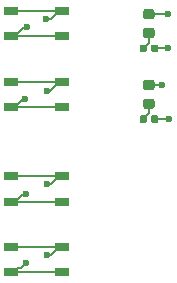
<source format=gbr>
G04 #@! TF.GenerationSoftware,KiCad,Pcbnew,(5.1.4)-1*
G04 #@! TF.CreationDate,2022-10-21T16:14:19+02:00*
G04 #@! TF.ProjectId,REG1-Front-Universal,52454731-2d46-4726-9f6e-742d556e6976,V00.01*
G04 #@! TF.SameCoordinates,Original*
G04 #@! TF.FileFunction,Copper,L1,Top*
G04 #@! TF.FilePolarity,Positive*
%FSLAX46Y46*%
G04 Gerber Fmt 4.6, Leading zero omitted, Abs format (unit mm)*
G04 Created by KiCad (PCBNEW (5.1.4)-1) date 2022-10-21 16:14:19*
%MOMM*%
%LPD*%
G04 APERTURE LIST*
%ADD10C,0.100000*%
%ADD11C,0.875000*%
%ADD12R,1.200000X0.650000*%
%ADD13C,0.590000*%
%ADD14C,0.600000*%
%ADD15C,0.160000*%
%ADD16C,0.200000*%
G04 APERTURE END LIST*
D10*
G36*
X111777691Y-117776053D02*
G01*
X111798926Y-117779203D01*
X111819750Y-117784419D01*
X111839962Y-117791651D01*
X111859368Y-117800830D01*
X111877781Y-117811866D01*
X111895024Y-117824654D01*
X111910930Y-117839070D01*
X111925346Y-117854976D01*
X111938134Y-117872219D01*
X111949170Y-117890632D01*
X111958349Y-117910038D01*
X111965581Y-117930250D01*
X111970797Y-117951074D01*
X111973947Y-117972309D01*
X111975000Y-117993750D01*
X111975000Y-118431250D01*
X111973947Y-118452691D01*
X111970797Y-118473926D01*
X111965581Y-118494750D01*
X111958349Y-118514962D01*
X111949170Y-118534368D01*
X111938134Y-118552781D01*
X111925346Y-118570024D01*
X111910930Y-118585930D01*
X111895024Y-118600346D01*
X111877781Y-118613134D01*
X111859368Y-118624170D01*
X111839962Y-118633349D01*
X111819750Y-118640581D01*
X111798926Y-118645797D01*
X111777691Y-118648947D01*
X111756250Y-118650000D01*
X111243750Y-118650000D01*
X111222309Y-118648947D01*
X111201074Y-118645797D01*
X111180250Y-118640581D01*
X111160038Y-118633349D01*
X111140632Y-118624170D01*
X111122219Y-118613134D01*
X111104976Y-118600346D01*
X111089070Y-118585930D01*
X111074654Y-118570024D01*
X111061866Y-118552781D01*
X111050830Y-118534368D01*
X111041651Y-118514962D01*
X111034419Y-118494750D01*
X111029203Y-118473926D01*
X111026053Y-118452691D01*
X111025000Y-118431250D01*
X111025000Y-117993750D01*
X111026053Y-117972309D01*
X111029203Y-117951074D01*
X111034419Y-117930250D01*
X111041651Y-117910038D01*
X111050830Y-117890632D01*
X111061866Y-117872219D01*
X111074654Y-117854976D01*
X111089070Y-117839070D01*
X111104976Y-117824654D01*
X111122219Y-117811866D01*
X111140632Y-117800830D01*
X111160038Y-117791651D01*
X111180250Y-117784419D01*
X111201074Y-117779203D01*
X111222309Y-117776053D01*
X111243750Y-117775000D01*
X111756250Y-117775000D01*
X111777691Y-117776053D01*
X111777691Y-117776053D01*
G37*
D11*
X111500000Y-118212500D03*
D10*
G36*
X111777691Y-119351053D02*
G01*
X111798926Y-119354203D01*
X111819750Y-119359419D01*
X111839962Y-119366651D01*
X111859368Y-119375830D01*
X111877781Y-119386866D01*
X111895024Y-119399654D01*
X111910930Y-119414070D01*
X111925346Y-119429976D01*
X111938134Y-119447219D01*
X111949170Y-119465632D01*
X111958349Y-119485038D01*
X111965581Y-119505250D01*
X111970797Y-119526074D01*
X111973947Y-119547309D01*
X111975000Y-119568750D01*
X111975000Y-120006250D01*
X111973947Y-120027691D01*
X111970797Y-120048926D01*
X111965581Y-120069750D01*
X111958349Y-120089962D01*
X111949170Y-120109368D01*
X111938134Y-120127781D01*
X111925346Y-120145024D01*
X111910930Y-120160930D01*
X111895024Y-120175346D01*
X111877781Y-120188134D01*
X111859368Y-120199170D01*
X111839962Y-120208349D01*
X111819750Y-120215581D01*
X111798926Y-120220797D01*
X111777691Y-120223947D01*
X111756250Y-120225000D01*
X111243750Y-120225000D01*
X111222309Y-120223947D01*
X111201074Y-120220797D01*
X111180250Y-120215581D01*
X111160038Y-120208349D01*
X111140632Y-120199170D01*
X111122219Y-120188134D01*
X111104976Y-120175346D01*
X111089070Y-120160930D01*
X111074654Y-120145024D01*
X111061866Y-120127781D01*
X111050830Y-120109368D01*
X111041651Y-120089962D01*
X111034419Y-120069750D01*
X111029203Y-120048926D01*
X111026053Y-120027691D01*
X111025000Y-120006250D01*
X111025000Y-119568750D01*
X111026053Y-119547309D01*
X111029203Y-119526074D01*
X111034419Y-119505250D01*
X111041651Y-119485038D01*
X111050830Y-119465632D01*
X111061866Y-119447219D01*
X111074654Y-119429976D01*
X111089070Y-119414070D01*
X111104976Y-119399654D01*
X111122219Y-119386866D01*
X111140632Y-119375830D01*
X111160038Y-119366651D01*
X111180250Y-119359419D01*
X111201074Y-119354203D01*
X111222309Y-119351053D01*
X111243750Y-119350000D01*
X111756250Y-119350000D01*
X111777691Y-119351053D01*
X111777691Y-119351053D01*
G37*
D11*
X111500000Y-119787500D03*
D10*
G36*
X111777691Y-123776053D02*
G01*
X111798926Y-123779203D01*
X111819750Y-123784419D01*
X111839962Y-123791651D01*
X111859368Y-123800830D01*
X111877781Y-123811866D01*
X111895024Y-123824654D01*
X111910930Y-123839070D01*
X111925346Y-123854976D01*
X111938134Y-123872219D01*
X111949170Y-123890632D01*
X111958349Y-123910038D01*
X111965581Y-123930250D01*
X111970797Y-123951074D01*
X111973947Y-123972309D01*
X111975000Y-123993750D01*
X111975000Y-124431250D01*
X111973947Y-124452691D01*
X111970797Y-124473926D01*
X111965581Y-124494750D01*
X111958349Y-124514962D01*
X111949170Y-124534368D01*
X111938134Y-124552781D01*
X111925346Y-124570024D01*
X111910930Y-124585930D01*
X111895024Y-124600346D01*
X111877781Y-124613134D01*
X111859368Y-124624170D01*
X111839962Y-124633349D01*
X111819750Y-124640581D01*
X111798926Y-124645797D01*
X111777691Y-124648947D01*
X111756250Y-124650000D01*
X111243750Y-124650000D01*
X111222309Y-124648947D01*
X111201074Y-124645797D01*
X111180250Y-124640581D01*
X111160038Y-124633349D01*
X111140632Y-124624170D01*
X111122219Y-124613134D01*
X111104976Y-124600346D01*
X111089070Y-124585930D01*
X111074654Y-124570024D01*
X111061866Y-124552781D01*
X111050830Y-124534368D01*
X111041651Y-124514962D01*
X111034419Y-124494750D01*
X111029203Y-124473926D01*
X111026053Y-124452691D01*
X111025000Y-124431250D01*
X111025000Y-123993750D01*
X111026053Y-123972309D01*
X111029203Y-123951074D01*
X111034419Y-123930250D01*
X111041651Y-123910038D01*
X111050830Y-123890632D01*
X111061866Y-123872219D01*
X111074654Y-123854976D01*
X111089070Y-123839070D01*
X111104976Y-123824654D01*
X111122219Y-123811866D01*
X111140632Y-123800830D01*
X111160038Y-123791651D01*
X111180250Y-123784419D01*
X111201074Y-123779203D01*
X111222309Y-123776053D01*
X111243750Y-123775000D01*
X111756250Y-123775000D01*
X111777691Y-123776053D01*
X111777691Y-123776053D01*
G37*
D11*
X111500000Y-124212500D03*
D10*
G36*
X111777691Y-125351053D02*
G01*
X111798926Y-125354203D01*
X111819750Y-125359419D01*
X111839962Y-125366651D01*
X111859368Y-125375830D01*
X111877781Y-125386866D01*
X111895024Y-125399654D01*
X111910930Y-125414070D01*
X111925346Y-125429976D01*
X111938134Y-125447219D01*
X111949170Y-125465632D01*
X111958349Y-125485038D01*
X111965581Y-125505250D01*
X111970797Y-125526074D01*
X111973947Y-125547309D01*
X111975000Y-125568750D01*
X111975000Y-126006250D01*
X111973947Y-126027691D01*
X111970797Y-126048926D01*
X111965581Y-126069750D01*
X111958349Y-126089962D01*
X111949170Y-126109368D01*
X111938134Y-126127781D01*
X111925346Y-126145024D01*
X111910930Y-126160930D01*
X111895024Y-126175346D01*
X111877781Y-126188134D01*
X111859368Y-126199170D01*
X111839962Y-126208349D01*
X111819750Y-126215581D01*
X111798926Y-126220797D01*
X111777691Y-126223947D01*
X111756250Y-126225000D01*
X111243750Y-126225000D01*
X111222309Y-126223947D01*
X111201074Y-126220797D01*
X111180250Y-126215581D01*
X111160038Y-126208349D01*
X111140632Y-126199170D01*
X111122219Y-126188134D01*
X111104976Y-126175346D01*
X111089070Y-126160930D01*
X111074654Y-126145024D01*
X111061866Y-126127781D01*
X111050830Y-126109368D01*
X111041651Y-126089962D01*
X111034419Y-126069750D01*
X111029203Y-126048926D01*
X111026053Y-126027691D01*
X111025000Y-126006250D01*
X111025000Y-125568750D01*
X111026053Y-125547309D01*
X111029203Y-125526074D01*
X111034419Y-125505250D01*
X111041651Y-125485038D01*
X111050830Y-125465632D01*
X111061866Y-125447219D01*
X111074654Y-125429976D01*
X111089070Y-125414070D01*
X111104976Y-125399654D01*
X111122219Y-125386866D01*
X111140632Y-125375830D01*
X111160038Y-125366651D01*
X111180250Y-125359419D01*
X111201074Y-125354203D01*
X111222309Y-125351053D01*
X111243750Y-125350000D01*
X111756250Y-125350000D01*
X111777691Y-125351053D01*
X111777691Y-125351053D01*
G37*
D11*
X111500000Y-125787500D03*
D12*
X99850000Y-140075000D03*
X99850000Y-137925000D03*
X104150000Y-140075000D03*
X104150000Y-137925000D03*
X99850000Y-134075000D03*
X99850000Y-131925000D03*
X104150000Y-134075000D03*
X104150000Y-131925000D03*
X99850000Y-126075000D03*
X99850000Y-123925000D03*
X104150000Y-126075000D03*
X104150000Y-123925000D03*
D10*
G36*
X111176958Y-126780710D02*
G01*
X111191276Y-126782834D01*
X111205317Y-126786351D01*
X111218946Y-126791228D01*
X111232031Y-126797417D01*
X111244447Y-126804858D01*
X111256073Y-126813481D01*
X111266798Y-126823202D01*
X111276519Y-126833927D01*
X111285142Y-126845553D01*
X111292583Y-126857969D01*
X111298772Y-126871054D01*
X111303649Y-126884683D01*
X111307166Y-126898724D01*
X111309290Y-126913042D01*
X111310000Y-126927500D01*
X111310000Y-127272500D01*
X111309290Y-127286958D01*
X111307166Y-127301276D01*
X111303649Y-127315317D01*
X111298772Y-127328946D01*
X111292583Y-127342031D01*
X111285142Y-127354447D01*
X111276519Y-127366073D01*
X111266798Y-127376798D01*
X111256073Y-127386519D01*
X111244447Y-127395142D01*
X111232031Y-127402583D01*
X111218946Y-127408772D01*
X111205317Y-127413649D01*
X111191276Y-127417166D01*
X111176958Y-127419290D01*
X111162500Y-127420000D01*
X110867500Y-127420000D01*
X110853042Y-127419290D01*
X110838724Y-127417166D01*
X110824683Y-127413649D01*
X110811054Y-127408772D01*
X110797969Y-127402583D01*
X110785553Y-127395142D01*
X110773927Y-127386519D01*
X110763202Y-127376798D01*
X110753481Y-127366073D01*
X110744858Y-127354447D01*
X110737417Y-127342031D01*
X110731228Y-127328946D01*
X110726351Y-127315317D01*
X110722834Y-127301276D01*
X110720710Y-127286958D01*
X110720000Y-127272500D01*
X110720000Y-126927500D01*
X110720710Y-126913042D01*
X110722834Y-126898724D01*
X110726351Y-126884683D01*
X110731228Y-126871054D01*
X110737417Y-126857969D01*
X110744858Y-126845553D01*
X110753481Y-126833927D01*
X110763202Y-126823202D01*
X110773927Y-126813481D01*
X110785553Y-126804858D01*
X110797969Y-126797417D01*
X110811054Y-126791228D01*
X110824683Y-126786351D01*
X110838724Y-126782834D01*
X110853042Y-126780710D01*
X110867500Y-126780000D01*
X111162500Y-126780000D01*
X111176958Y-126780710D01*
X111176958Y-126780710D01*
G37*
D13*
X111015000Y-127100000D03*
D10*
G36*
X112146958Y-126780710D02*
G01*
X112161276Y-126782834D01*
X112175317Y-126786351D01*
X112188946Y-126791228D01*
X112202031Y-126797417D01*
X112214447Y-126804858D01*
X112226073Y-126813481D01*
X112236798Y-126823202D01*
X112246519Y-126833927D01*
X112255142Y-126845553D01*
X112262583Y-126857969D01*
X112268772Y-126871054D01*
X112273649Y-126884683D01*
X112277166Y-126898724D01*
X112279290Y-126913042D01*
X112280000Y-126927500D01*
X112280000Y-127272500D01*
X112279290Y-127286958D01*
X112277166Y-127301276D01*
X112273649Y-127315317D01*
X112268772Y-127328946D01*
X112262583Y-127342031D01*
X112255142Y-127354447D01*
X112246519Y-127366073D01*
X112236798Y-127376798D01*
X112226073Y-127386519D01*
X112214447Y-127395142D01*
X112202031Y-127402583D01*
X112188946Y-127408772D01*
X112175317Y-127413649D01*
X112161276Y-127417166D01*
X112146958Y-127419290D01*
X112132500Y-127420000D01*
X111837500Y-127420000D01*
X111823042Y-127419290D01*
X111808724Y-127417166D01*
X111794683Y-127413649D01*
X111781054Y-127408772D01*
X111767969Y-127402583D01*
X111755553Y-127395142D01*
X111743927Y-127386519D01*
X111733202Y-127376798D01*
X111723481Y-127366073D01*
X111714858Y-127354447D01*
X111707417Y-127342031D01*
X111701228Y-127328946D01*
X111696351Y-127315317D01*
X111692834Y-127301276D01*
X111690710Y-127286958D01*
X111690000Y-127272500D01*
X111690000Y-126927500D01*
X111690710Y-126913042D01*
X111692834Y-126898724D01*
X111696351Y-126884683D01*
X111701228Y-126871054D01*
X111707417Y-126857969D01*
X111714858Y-126845553D01*
X111723481Y-126833927D01*
X111733202Y-126823202D01*
X111743927Y-126813481D01*
X111755553Y-126804858D01*
X111767969Y-126797417D01*
X111781054Y-126791228D01*
X111794683Y-126786351D01*
X111808724Y-126782834D01*
X111823042Y-126780710D01*
X111837500Y-126780000D01*
X112132500Y-126780000D01*
X112146958Y-126780710D01*
X112146958Y-126780710D01*
G37*
D13*
X111985000Y-127100000D03*
D10*
G36*
X111176958Y-120780710D02*
G01*
X111191276Y-120782834D01*
X111205317Y-120786351D01*
X111218946Y-120791228D01*
X111232031Y-120797417D01*
X111244447Y-120804858D01*
X111256073Y-120813481D01*
X111266798Y-120823202D01*
X111276519Y-120833927D01*
X111285142Y-120845553D01*
X111292583Y-120857969D01*
X111298772Y-120871054D01*
X111303649Y-120884683D01*
X111307166Y-120898724D01*
X111309290Y-120913042D01*
X111310000Y-120927500D01*
X111310000Y-121272500D01*
X111309290Y-121286958D01*
X111307166Y-121301276D01*
X111303649Y-121315317D01*
X111298772Y-121328946D01*
X111292583Y-121342031D01*
X111285142Y-121354447D01*
X111276519Y-121366073D01*
X111266798Y-121376798D01*
X111256073Y-121386519D01*
X111244447Y-121395142D01*
X111232031Y-121402583D01*
X111218946Y-121408772D01*
X111205317Y-121413649D01*
X111191276Y-121417166D01*
X111176958Y-121419290D01*
X111162500Y-121420000D01*
X110867500Y-121420000D01*
X110853042Y-121419290D01*
X110838724Y-121417166D01*
X110824683Y-121413649D01*
X110811054Y-121408772D01*
X110797969Y-121402583D01*
X110785553Y-121395142D01*
X110773927Y-121386519D01*
X110763202Y-121376798D01*
X110753481Y-121366073D01*
X110744858Y-121354447D01*
X110737417Y-121342031D01*
X110731228Y-121328946D01*
X110726351Y-121315317D01*
X110722834Y-121301276D01*
X110720710Y-121286958D01*
X110720000Y-121272500D01*
X110720000Y-120927500D01*
X110720710Y-120913042D01*
X110722834Y-120898724D01*
X110726351Y-120884683D01*
X110731228Y-120871054D01*
X110737417Y-120857969D01*
X110744858Y-120845553D01*
X110753481Y-120833927D01*
X110763202Y-120823202D01*
X110773927Y-120813481D01*
X110785553Y-120804858D01*
X110797969Y-120797417D01*
X110811054Y-120791228D01*
X110824683Y-120786351D01*
X110838724Y-120782834D01*
X110853042Y-120780710D01*
X110867500Y-120780000D01*
X111162500Y-120780000D01*
X111176958Y-120780710D01*
X111176958Y-120780710D01*
G37*
D13*
X111015000Y-121100000D03*
D10*
G36*
X112146958Y-120780710D02*
G01*
X112161276Y-120782834D01*
X112175317Y-120786351D01*
X112188946Y-120791228D01*
X112202031Y-120797417D01*
X112214447Y-120804858D01*
X112226073Y-120813481D01*
X112236798Y-120823202D01*
X112246519Y-120833927D01*
X112255142Y-120845553D01*
X112262583Y-120857969D01*
X112268772Y-120871054D01*
X112273649Y-120884683D01*
X112277166Y-120898724D01*
X112279290Y-120913042D01*
X112280000Y-120927500D01*
X112280000Y-121272500D01*
X112279290Y-121286958D01*
X112277166Y-121301276D01*
X112273649Y-121315317D01*
X112268772Y-121328946D01*
X112262583Y-121342031D01*
X112255142Y-121354447D01*
X112246519Y-121366073D01*
X112236798Y-121376798D01*
X112226073Y-121386519D01*
X112214447Y-121395142D01*
X112202031Y-121402583D01*
X112188946Y-121408772D01*
X112175317Y-121413649D01*
X112161276Y-121417166D01*
X112146958Y-121419290D01*
X112132500Y-121420000D01*
X111837500Y-121420000D01*
X111823042Y-121419290D01*
X111808724Y-121417166D01*
X111794683Y-121413649D01*
X111781054Y-121408772D01*
X111767969Y-121402583D01*
X111755553Y-121395142D01*
X111743927Y-121386519D01*
X111733202Y-121376798D01*
X111723481Y-121366073D01*
X111714858Y-121354447D01*
X111707417Y-121342031D01*
X111701228Y-121328946D01*
X111696351Y-121315317D01*
X111692834Y-121301276D01*
X111690710Y-121286958D01*
X111690000Y-121272500D01*
X111690000Y-120927500D01*
X111690710Y-120913042D01*
X111692834Y-120898724D01*
X111696351Y-120884683D01*
X111701228Y-120871054D01*
X111707417Y-120857969D01*
X111714858Y-120845553D01*
X111723481Y-120833927D01*
X111733202Y-120823202D01*
X111743927Y-120813481D01*
X111755553Y-120804858D01*
X111767969Y-120797417D01*
X111781054Y-120791228D01*
X111794683Y-120786351D01*
X111808724Y-120782834D01*
X111823042Y-120780710D01*
X111837500Y-120780000D01*
X112132500Y-120780000D01*
X112146958Y-120780710D01*
X112146958Y-120780710D01*
G37*
D13*
X111985000Y-121100000D03*
D12*
X99850000Y-120075000D03*
X99850000Y-117925000D03*
X104150000Y-120075000D03*
X104150000Y-117925000D03*
D14*
X113100000Y-121100000D03*
X113200000Y-127100000D03*
X101200000Y-119300000D03*
X101000000Y-125400000D03*
X101100000Y-133400000D03*
X101100000Y-139300000D03*
X102900000Y-132600000D03*
X113100000Y-118200000D03*
X102800000Y-118600000D03*
X102900000Y-124700000D03*
X112600000Y-124200000D03*
X102900000Y-138600000D03*
D15*
X111985000Y-127100000D02*
X113200000Y-127100000D01*
X111985000Y-121100000D02*
X113100000Y-121100000D01*
D16*
X102725000Y-120075000D02*
X99850000Y-120075000D01*
X104150000Y-140075000D02*
X99850000Y-140075000D01*
X104150000Y-134075000D02*
X99850000Y-134075000D01*
X104150000Y-126075000D02*
X99850000Y-126075000D01*
X104150000Y-120075000D02*
X103350000Y-120075000D01*
X103350000Y-120075000D02*
X102725000Y-120075000D01*
X100025000Y-140075000D02*
X100400000Y-139700000D01*
X99850000Y-140075000D02*
X100025000Y-140075000D01*
X100400000Y-139700000D02*
X100700000Y-139700000D01*
X100700000Y-139700000D02*
X101100000Y-139300000D01*
X99850000Y-140075000D02*
X100125000Y-140075000D01*
X100125000Y-134075000D02*
X100800000Y-133400000D01*
X99850000Y-134075000D02*
X100125000Y-134075000D01*
X100800000Y-133400000D02*
X101100000Y-133400000D01*
X100125000Y-126075000D02*
X100800000Y-125400000D01*
X99850000Y-126075000D02*
X100125000Y-126075000D01*
X100800000Y-125400000D02*
X101000000Y-125400000D01*
X100125000Y-120075000D02*
X100900000Y-119300000D01*
X99850000Y-120075000D02*
X100125000Y-120075000D01*
X100900000Y-119300000D02*
X101200000Y-119300000D01*
X99850000Y-131925000D02*
X104150000Y-131925000D01*
X103875000Y-131925000D02*
X103200000Y-132600000D01*
X104150000Y-131925000D02*
X103875000Y-131925000D01*
X103200000Y-132600000D02*
X102900000Y-132600000D01*
D15*
X113100000Y-118200000D02*
X111512500Y-118200000D01*
X111512500Y-118200000D02*
X111500000Y-118212500D01*
D16*
X99850000Y-117925000D02*
X104150000Y-117925000D01*
X103300000Y-118500000D02*
X103300000Y-118524264D01*
X103300000Y-118524264D02*
X103224264Y-118600000D01*
X103224264Y-118600000D02*
X102800000Y-118600000D01*
X104150000Y-117925000D02*
X103875000Y-117925000D01*
X103875000Y-117925000D02*
X103300000Y-118500000D01*
X99850000Y-123925000D02*
X100650000Y-123925000D01*
X100650000Y-123925000D02*
X104150000Y-123925000D01*
X103875000Y-123925000D02*
X103100000Y-124700000D01*
X104150000Y-123925000D02*
X103875000Y-123925000D01*
X103100000Y-124700000D02*
X102900000Y-124700000D01*
X112600000Y-124200000D02*
X111512500Y-124200000D01*
X111512500Y-124200000D02*
X111500000Y-124212500D01*
X99850000Y-137925000D02*
X104150000Y-137925000D01*
X103875000Y-137925000D02*
X103200000Y-138600000D01*
X104150000Y-137925000D02*
X103875000Y-137925000D01*
X103200000Y-138600000D02*
X102900000Y-138600000D01*
D15*
X111500000Y-119787500D02*
X111500000Y-120615000D01*
X111500000Y-120615000D02*
X111015000Y-121100000D01*
X111500000Y-125787500D02*
X111500000Y-126615000D01*
X111500000Y-126615000D02*
X111015000Y-127100000D01*
M02*

</source>
